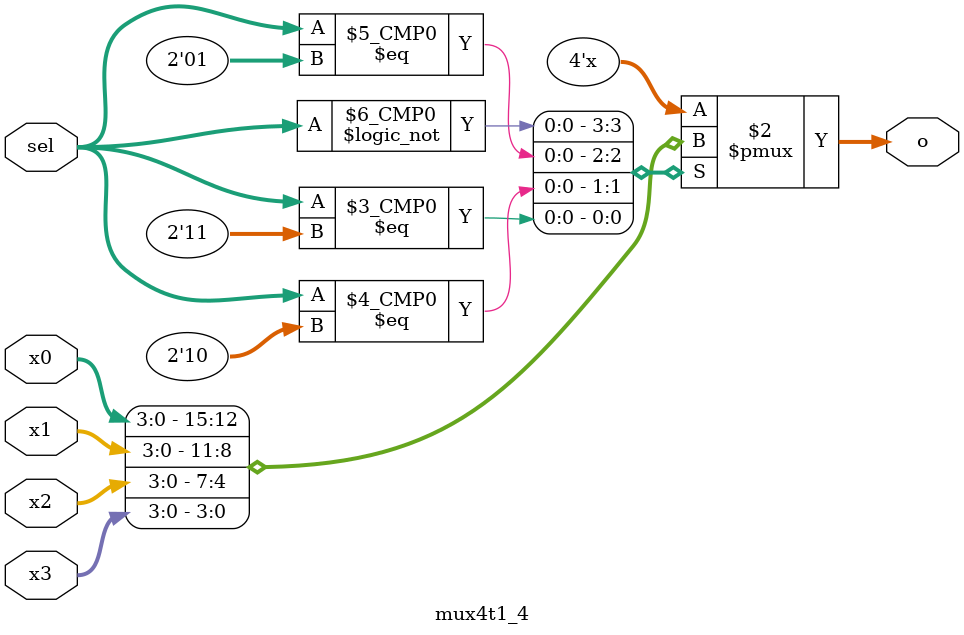
<source format=v>
`timescale 1ns / 1ps
module mux4t1_4(
	input [3:0]x0,
	input [3:0]x1,
	input [3:0]x2,
	input [3:0]x3,
	input [1:0]sel,
	output reg [3:0]o
    );
	 always @(*) begin
		case(sel)
			2'b00: o = x0;
			2'b01: o = x1;
			2'b10: o = x2;
			2'b11: o = x3;
		endcase
	end
endmodule

</source>
